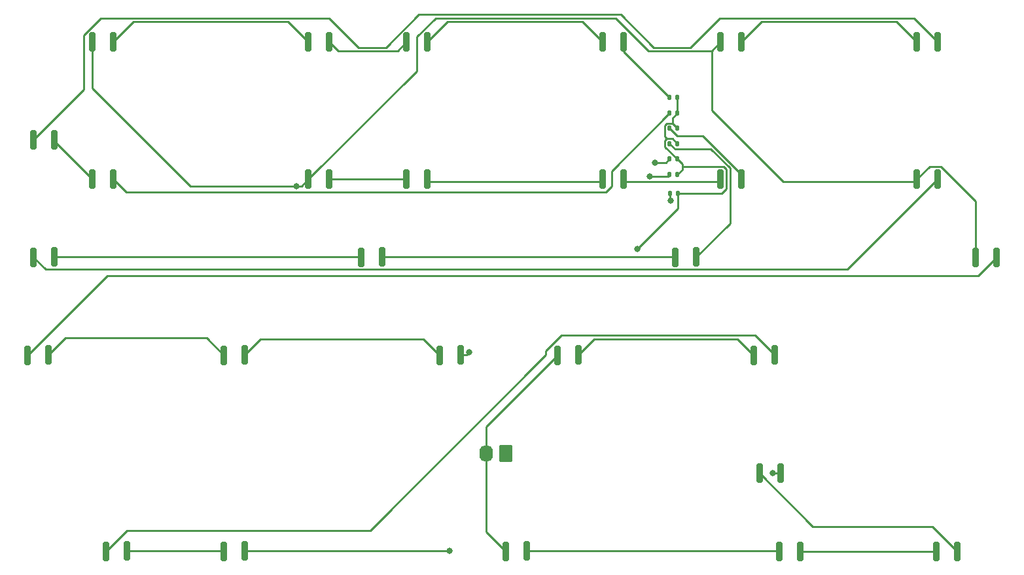
<source format=gbr>
%TF.GenerationSoftware,KiCad,Pcbnew,7.0.9*%
%TF.CreationDate,2024-04-07T12:25:56+10:00*%
%TF.ProjectId,INT-LT-F18,494e542d-4c54-42d4-9631-382e6b696361,rev?*%
%TF.SameCoordinates,Original*%
%TF.FileFunction,Copper,L1,Top*%
%TF.FilePolarity,Positive*%
%FSLAX46Y46*%
G04 Gerber Fmt 4.6, Leading zero omitted, Abs format (unit mm)*
G04 Created by KiCad (PCBNEW 7.0.9) date 2024-04-07 12:25:56*
%MOMM*%
%LPD*%
G01*
G04 APERTURE LIST*
G04 Aperture macros list*
%AMRoundRect*
0 Rectangle with rounded corners*
0 $1 Rounding radius*
0 $2 $3 $4 $5 $6 $7 $8 $9 X,Y pos of 4 corners*
0 Add a 4 corners polygon primitive as box body*
4,1,4,$2,$3,$4,$5,$6,$7,$8,$9,$2,$3,0*
0 Add four circle primitives for the rounded corners*
1,1,$1+$1,$2,$3*
1,1,$1+$1,$4,$5*
1,1,$1+$1,$6,$7*
1,1,$1+$1,$8,$9*
0 Add four rect primitives between the rounded corners*
20,1,$1+$1,$2,$3,$4,$5,0*
20,1,$1+$1,$4,$5,$6,$7,0*
20,1,$1+$1,$6,$7,$8,$9,0*
20,1,$1+$1,$8,$9,$2,$3,0*%
G04 Aperture macros list end*
%TA.AperFunction,SMDPad,CuDef*%
%ADD10RoundRect,0.135000X-0.135000X-0.185000X0.135000X-0.185000X0.135000X0.185000X-0.135000X0.185000X0*%
%TD*%
%TA.AperFunction,SMDPad,CuDef*%
%ADD11RoundRect,0.202500X-0.202500X-1.032500X0.202500X-1.032500X0.202500X1.032500X-0.202500X1.032500X0*%
%TD*%
%TA.AperFunction,ComponentPad*%
%ADD12RoundRect,0.250000X0.620000X0.845000X-0.620000X0.845000X-0.620000X-0.845000X0.620000X-0.845000X0*%
%TD*%
%TA.AperFunction,ComponentPad*%
%ADD13O,1.740000X2.190000*%
%TD*%
%TA.AperFunction,ViaPad*%
%ADD14C,0.800000*%
%TD*%
%TA.AperFunction,Conductor*%
%ADD15C,0.250000*%
%TD*%
G04 APERTURE END LIST*
D10*
%TO.P,R1,1*%
%TO.N,Net-(D4-A)*%
X153269900Y-58050800D03*
%TO.P,R1,2*%
%TO.N,/+12v-IN-A*%
X154289900Y-58050800D03*
%TD*%
D11*
%TO.P,D22,1,K*%
%TO.N,Net-(D21-A)*%
X164162500Y-91440000D03*
%TO.P,D22,2,A*%
%TO.N,Net-(D22-A)*%
X166862000Y-91384000D03*
%TD*%
%TO.P,D17,1,K*%
%TO.N,GNDD*%
X192880500Y-78796000D03*
%TO.P,D17,2,A*%
%TO.N,Net-(D17-A)*%
X195580000Y-78740000D03*
%TD*%
%TO.P,D3,1,K*%
%TO.N,Net-(D2-A)*%
X119220500Y-50856000D03*
%TO.P,D3,2,A*%
%TO.N,Net-(D3-A)*%
X121920000Y-50800000D03*
%TD*%
D10*
%TO.P,R6,1*%
%TO.N,Net-(D24-A)*%
X153269900Y-68000800D03*
%TO.P,R6,2*%
%TO.N,/+12v-IN-A*%
X154289900Y-68000800D03*
%TD*%
D11*
%TO.P,D10,1,K*%
%TO.N,Net-(D10-K)*%
X119220500Y-68636000D03*
%TO.P,D10,2,A*%
%TO.N,Net-(D10-A)*%
X121920000Y-68580000D03*
%TD*%
%TO.P,D26,1,K*%
%TO.N,Net-(D25-A)*%
X167480500Y-116896000D03*
%TO.P,D26,2,A*%
%TO.N,Net-(D26-A)*%
X170180000Y-116840000D03*
%TD*%
%TO.P,D5,1,K*%
%TO.N,GNDD*%
X159860500Y-50856000D03*
%TO.P,D5,2,A*%
%TO.N,Net-(D5-A)*%
X162560000Y-50800000D03*
%TD*%
%TO.P,D7,1,K*%
%TO.N,Net-(D6-A)*%
X70960500Y-63556000D03*
%TO.P,D7,2,A*%
%TO.N,Net-(D7-A)*%
X73660000Y-63500000D03*
%TD*%
%TO.P,D1,1,K*%
%TO.N,GNDD*%
X78580500Y-50856000D03*
%TO.P,D1,2,A*%
%TO.N,Net-(D1-A)*%
X81280000Y-50800000D03*
%TD*%
%TO.P,D13,1,K*%
%TO.N,GNDD*%
X185260500Y-68636000D03*
%TO.P,D13,2,A*%
%TO.N,Net-(D13-A)*%
X187960000Y-68580000D03*
%TD*%
D10*
%TO.P,R4,1*%
%TO.N,Net-(D16-A)*%
X153269900Y-64020800D03*
%TO.P,R4,2*%
%TO.N,/+12v-IN-A*%
X154289900Y-64020800D03*
%TD*%
%TO.P,R7,1*%
%TO.N,Net-(D28-A)*%
X153305100Y-70452700D03*
%TO.P,R7,2*%
%TO.N,/+12v-IN-A*%
X154325100Y-70452700D03*
%TD*%
D11*
%TO.P,D27,1,K*%
%TO.N,Net-(D26-A)*%
X187800500Y-116896000D03*
%TO.P,D27,2,A*%
%TO.N,Net-(D27-A)*%
X190500000Y-116840000D03*
%TD*%
%TO.P,D24,1,K*%
%TO.N,Net-(D23-A)*%
X95582500Y-116840000D03*
%TO.P,D24,2,A*%
%TO.N,Net-(D24-A)*%
X98282000Y-116784000D03*
%TD*%
%TO.P,D9,1,K*%
%TO.N,GNDD*%
X106520500Y-68636000D03*
%TO.P,D9,2,A*%
%TO.N,Net-(D10-K)*%
X109220000Y-68580000D03*
%TD*%
D10*
%TO.P,R5,1*%
%TO.N,Net-(D20-A)*%
X153269900Y-66010800D03*
%TO.P,R5,2*%
%TO.N,/+12v-IN-A*%
X154289900Y-66010800D03*
%TD*%
D11*
%TO.P,D15,1,K*%
%TO.N,Net-(D14-A)*%
X113362500Y-78740000D03*
%TO.P,D15,2,A*%
%TO.N,Net-(D15-A)*%
X116062000Y-78684000D03*
%TD*%
%TO.P,D2,1,K*%
%TO.N,Net-(D1-A)*%
X106520500Y-50856000D03*
%TO.P,D2,2,A*%
%TO.N,Net-(D2-A)*%
X109220000Y-50800000D03*
%TD*%
%TO.P,D25,1,K*%
%TO.N,GNDD*%
X132080000Y-116840000D03*
%TO.P,D25,2,A*%
%TO.N,Net-(D25-A)*%
X134779500Y-116784000D03*
%TD*%
%TO.P,D11,1,K*%
%TO.N,Net-(D10-A)*%
X144620500Y-68636000D03*
%TO.P,D11,2,A*%
%TO.N,Net-(D11-A)*%
X147320000Y-68580000D03*
%TD*%
%TO.P,D4,1,K*%
%TO.N,Net-(D3-A)*%
X144620500Y-50856000D03*
%TO.P,D4,2,A*%
%TO.N,Net-(D4-A)*%
X147320000Y-50800000D03*
%TD*%
%TO.P,D18,1,K*%
%TO.N,Net-(D17-A)*%
X70182500Y-91440000D03*
%TO.P,D18,2,A*%
%TO.N,Net-(D18-A)*%
X72882000Y-91384000D03*
%TD*%
%TO.P,D28,1,K*%
%TO.N,Net-(D27-A)*%
X164940500Y-106736000D03*
%TO.P,D28,2,A*%
%TO.N,Net-(D28-A)*%
X167640000Y-106680000D03*
%TD*%
D10*
%TO.P,R2,1*%
%TO.N,Net-(D8-A)*%
X153269900Y-60040800D03*
%TO.P,R2,2*%
%TO.N,/+12v-IN-A*%
X154289900Y-60040800D03*
%TD*%
D11*
%TO.P,D21,1,K*%
%TO.N,GNDD*%
X138762500Y-91440000D03*
%TO.P,D21,2,A*%
%TO.N,Net-(D21-A)*%
X141462000Y-91384000D03*
%TD*%
%TO.P,D14,1,K*%
%TO.N,Net-(D13-A)*%
X70960500Y-78740000D03*
%TO.P,D14,2,A*%
%TO.N,Net-(D14-A)*%
X73660000Y-78684000D03*
%TD*%
%TO.P,D12,1,K*%
%TO.N,Net-(D11-A)*%
X159860500Y-68636000D03*
%TO.P,D12,2,A*%
%TO.N,Net-(D12-A)*%
X162560000Y-68580000D03*
%TD*%
%TO.P,D16,1,K*%
%TO.N,Net-(D15-A)*%
X154002500Y-78740000D03*
%TO.P,D16,2,A*%
%TO.N,Net-(D16-A)*%
X156702000Y-78684000D03*
%TD*%
%TO.P,D23,1,K*%
%TO.N,Net-(D22-A)*%
X80342500Y-116840000D03*
%TO.P,D23,2,A*%
%TO.N,Net-(D23-A)*%
X83042000Y-116784000D03*
%TD*%
%TO.P,D19,1,K*%
%TO.N,Net-(D18-A)*%
X95582500Y-91440000D03*
%TO.P,D19,2,A*%
%TO.N,Net-(D19-A)*%
X98282000Y-91384000D03*
%TD*%
%TO.P,D20,1,K*%
%TO.N,Net-(D19-A)*%
X123522500Y-91440000D03*
%TO.P,D20,2,A*%
%TO.N,Net-(D20-A)*%
X126222000Y-91384000D03*
%TD*%
%TO.P,D6,1,K*%
%TO.N,Net-(D5-A)*%
X185260500Y-50856000D03*
%TO.P,D6,2,A*%
%TO.N,Net-(D6-A)*%
X187960000Y-50800000D03*
%TD*%
%TO.P,D8,1,K*%
%TO.N,Net-(D7-A)*%
X78580500Y-68636000D03*
%TO.P,D8,2,A*%
%TO.N,Net-(D8-A)*%
X81280000Y-68580000D03*
%TD*%
D10*
%TO.P,R3,1*%
%TO.N,Net-(D12-A)*%
X153269900Y-62030800D03*
%TO.P,R3,2*%
%TO.N,/+12v-IN-A*%
X154289900Y-62030800D03*
%TD*%
D12*
%TO.P,J1,1,Pin_1*%
%TO.N,/+12v-IN-A*%
X132080000Y-104140000D03*
D13*
%TO.P,J1,2,Pin_2*%
%TO.N,GNDD*%
X129540000Y-104140000D03*
%TD*%
D14*
%TO.N,Net-(D28-A)*%
X166629800Y-106680000D03*
X153409800Y-71381900D03*
%TO.N,Net-(D24-A)*%
X124790900Y-116784000D03*
X150686400Y-68229400D03*
%TO.N,Net-(D20-A)*%
X127329400Y-91021100D03*
X151342600Y-66466100D03*
%TO.N,/+12v-IN-A*%
X149077800Y-77638800D03*
%TO.N,GNDD*%
X104989600Y-69525700D03*
%TD*%
D15*
%TO.N,Net-(D28-A)*%
X153305100Y-71277200D02*
X153305100Y-70452700D01*
X153409800Y-71381900D02*
X153305100Y-71277200D01*
X167640000Y-106680000D02*
X166629800Y-106680000D01*
%TO.N,Net-(D27-A)*%
X187265700Y-113605700D02*
X190500000Y-116840000D01*
X171810200Y-113605700D02*
X187265700Y-113605700D01*
X164940500Y-106736000D02*
X171810200Y-113605700D01*
%TO.N,Net-(D26-A)*%
X170236000Y-116896000D02*
X170180000Y-116840000D01*
X187800500Y-116896000D02*
X170236000Y-116896000D01*
%TO.N,Net-(D24-A)*%
X153041300Y-68229400D02*
X153269900Y-68000800D01*
X150686400Y-68229400D02*
X153041300Y-68229400D01*
X98282000Y-116784000D02*
X124790900Y-116784000D01*
%TO.N,Net-(D23-A)*%
X95526500Y-116784000D02*
X95582500Y-116840000D01*
X83042000Y-116784000D02*
X95526500Y-116784000D01*
%TO.N,Net-(D22-A)*%
X164345000Y-88867000D02*
X166862000Y-91384000D01*
X139296500Y-88867000D02*
X164345000Y-88867000D01*
X137261000Y-90902500D02*
X139296500Y-88867000D01*
X137261000Y-91393400D02*
X137261000Y-90902500D01*
X114508200Y-114146200D02*
X137261000Y-91393400D01*
X83036300Y-114146200D02*
X114508200Y-114146200D01*
X80342500Y-116840000D02*
X83036300Y-114146200D01*
%TO.N,Net-(D21-A)*%
X162073300Y-89350800D02*
X164162500Y-91440000D01*
X143495200Y-89350800D02*
X162073300Y-89350800D01*
X141462000Y-91384000D02*
X143495200Y-89350800D01*
%TO.N,Net-(D20-A)*%
X152814600Y-66466100D02*
X151342600Y-66466100D01*
X153269900Y-66010800D02*
X152814600Y-66466100D01*
X126966500Y-91384000D02*
X127329400Y-91021100D01*
X126222000Y-91384000D02*
X126966500Y-91384000D01*
%TO.N,Net-(D19-A)*%
X100307500Y-89358500D02*
X98282000Y-91384000D01*
X121441000Y-89358500D02*
X100307500Y-89358500D01*
X123522500Y-91440000D02*
X121441000Y-89358500D01*
%TO.N,Net-(D18-A)*%
X75062700Y-89203300D02*
X72882000Y-91384000D01*
X93345800Y-89203300D02*
X75062700Y-89203300D01*
X95582500Y-91440000D02*
X93345800Y-89203300D01*
%TO.N,Net-(D17-A)*%
X193222900Y-81097100D02*
X195580000Y-78740000D01*
X80525400Y-81097100D02*
X193222900Y-81097100D01*
X70182500Y-91440000D02*
X80525400Y-81097100D01*
%TO.N,Net-(D16-A)*%
X153975600Y-64726500D02*
X153269900Y-64020800D01*
X158609800Y-64726500D02*
X153975600Y-64726500D01*
X161068600Y-67185300D02*
X158609800Y-64726500D01*
X161068600Y-74317400D02*
X161068600Y-67185300D01*
X156702000Y-78684000D02*
X161068600Y-74317400D01*
%TO.N,Net-(D15-A)*%
X153946500Y-78684000D02*
X116062000Y-78684000D01*
X154002500Y-78740000D02*
X153946500Y-78684000D01*
%TO.N,Net-(D14-A)*%
X113306500Y-78684000D02*
X113362500Y-78740000D01*
X73660000Y-78684000D02*
X113306500Y-78684000D01*
%TO.N,Net-(D13-A)*%
X176226200Y-80313800D02*
X187960000Y-68580000D01*
X72534300Y-80313800D02*
X176226200Y-80313800D01*
X70960500Y-78740000D02*
X72534300Y-80313800D01*
%TO.N,Net-(D12-A)*%
X154248000Y-63008900D02*
X153269900Y-62030800D01*
X157529100Y-63008900D02*
X154248000Y-63008900D01*
X162560000Y-68039800D02*
X157529100Y-63008900D01*
X162560000Y-68580000D02*
X162560000Y-68039800D01*
%TO.N,Net-(D11-A)*%
X159541800Y-68954700D02*
X159860500Y-68636000D01*
X147694700Y-68954700D02*
X159541800Y-68954700D01*
X147320000Y-68580000D02*
X147694700Y-68954700D01*
%TO.N,Net-(D10-A)*%
X122294700Y-68954700D02*
X121920000Y-68580000D01*
X144301800Y-68954700D02*
X122294700Y-68954700D01*
X144620500Y-68636000D02*
X144301800Y-68954700D01*
%TO.N,Net-(D25-A)*%
X167368500Y-116784000D02*
X167480500Y-116896000D01*
X134779500Y-116784000D02*
X167368500Y-116784000D01*
%TO.N,Net-(D8-A)*%
X145748600Y-67562100D02*
X153269900Y-60040800D01*
X145748600Y-69521700D02*
X145748600Y-67562100D01*
X145019300Y-70251000D02*
X145748600Y-69521700D01*
X82951000Y-70251000D02*
X145019300Y-70251000D01*
X81280000Y-68580000D02*
X82951000Y-70251000D01*
%TO.N,Net-(D7-A)*%
X73660000Y-63715500D02*
X73660000Y-63500000D01*
X78580500Y-68636000D02*
X73660000Y-63715500D01*
%TO.N,Net-(D6-A)*%
X77492100Y-57024400D02*
X70960500Y-63556000D01*
X77492100Y-49933100D02*
X77492100Y-57024400D01*
X79686500Y-47738700D02*
X77492100Y-49933100D01*
X109231400Y-47738700D02*
X79686500Y-47738700D01*
X113046500Y-51553800D02*
X109231400Y-47738700D01*
X116532800Y-51553800D02*
X113046500Y-51553800D01*
X120795800Y-47290800D02*
X116532800Y-51553800D01*
X146961500Y-47290800D02*
X120795800Y-47290800D01*
X151224200Y-51553500D02*
X146961500Y-47290800D01*
X155986400Y-51553500D02*
X151224200Y-51553500D01*
X159794500Y-47745400D02*
X155986400Y-51553500D01*
X184905400Y-47745400D02*
X159794500Y-47745400D01*
X187960000Y-50800000D02*
X184905400Y-47745400D01*
%TO.N,Net-(D5-A)*%
X182605000Y-48200500D02*
X185260500Y-50856000D01*
X165159500Y-48200500D02*
X182605000Y-48200500D01*
X162560000Y-50800000D02*
X165159500Y-48200500D01*
%TO.N,Net-(D4-A)*%
X147320000Y-52100900D02*
X153269900Y-58050800D01*
X147320000Y-50800000D02*
X147320000Y-52100900D01*
%TO.N,Net-(D3-A)*%
X141973500Y-48209000D02*
X144620500Y-50856000D01*
X124511000Y-48209000D02*
X141973500Y-48209000D01*
X121920000Y-50800000D02*
X124511000Y-48209000D01*
%TO.N,Net-(D2-A)*%
X118072300Y-52004200D02*
X119220500Y-50856000D01*
X110424200Y-52004200D02*
X118072300Y-52004200D01*
X109220000Y-50800000D02*
X110424200Y-52004200D01*
%TO.N,Net-(D1-A)*%
X103861600Y-48197100D02*
X106520500Y-50856000D01*
X83882900Y-48197100D02*
X103861600Y-48197100D01*
X81280000Y-50800000D02*
X83882900Y-48197100D01*
%TO.N,Net-(D10-K)*%
X119164500Y-68580000D02*
X119220500Y-68636000D01*
X109220000Y-68580000D02*
X119164500Y-68580000D01*
%TO.N,/+12v-IN-A*%
X154289900Y-60040800D02*
X154289900Y-58050800D01*
X154289900Y-62030800D02*
X153643100Y-61384000D01*
X153643100Y-60687600D02*
X154289900Y-60040800D01*
X153643100Y-61384000D02*
X153643100Y-60687600D01*
X152674000Y-63096800D02*
X152937000Y-63359800D01*
X152674000Y-61645500D02*
X152674000Y-63096800D01*
X152935500Y-61384000D02*
X152674000Y-61645500D01*
X153643100Y-61384000D02*
X152935500Y-61384000D01*
X152671000Y-63625800D02*
X152937000Y-63359800D01*
X152671000Y-64416300D02*
X152671000Y-63625800D01*
X154265500Y-66010800D02*
X152671000Y-64416300D01*
X154289900Y-66010800D02*
X154265500Y-66010800D01*
X153628900Y-63359800D02*
X154289900Y-64020800D01*
X152937000Y-63359800D02*
X153628900Y-63359800D01*
X154325100Y-72391500D02*
X154325100Y-70452700D01*
X149077800Y-77638800D02*
X154325100Y-72391500D01*
X160268000Y-67021600D02*
X154895600Y-67021600D01*
X160605000Y-67358600D02*
X160268000Y-67021600D01*
X160605000Y-69876700D02*
X160605000Y-67358600D01*
X160029000Y-70452700D02*
X160605000Y-69876700D01*
X154325100Y-70452700D02*
X160029000Y-70452700D01*
X154895600Y-66616500D02*
X154895600Y-67021600D01*
X154289900Y-66010800D02*
X154895600Y-66616500D01*
X154895600Y-67395100D02*
X154289900Y-68000800D01*
X154895600Y-67021600D02*
X154895600Y-67395100D01*
%TO.N,GNDD*%
X129540000Y-114300000D02*
X132080000Y-116840000D01*
X129540000Y-104140000D02*
X129540000Y-114300000D01*
X129540000Y-100662500D02*
X138762500Y-91440000D01*
X129540000Y-104140000D02*
X129540000Y-100662500D01*
X192880500Y-71479400D02*
X192880500Y-78796000D01*
X188369200Y-66968100D02*
X192880500Y-71479400D01*
X186928400Y-66968100D02*
X188369200Y-66968100D01*
X185260500Y-68636000D02*
X186928400Y-66968100D01*
X184936900Y-68959600D02*
X185260500Y-68636000D01*
X167964800Y-68959600D02*
X184936900Y-68959600D01*
X158712600Y-59707400D02*
X167964800Y-68959600D01*
X158712600Y-52003900D02*
X158712600Y-59707400D01*
X158712600Y-52003900D02*
X159860500Y-50856000D01*
X150523600Y-52003900D02*
X158712600Y-52003900D01*
X146260900Y-47741200D02*
X150523600Y-52003900D01*
X122981600Y-47741200D02*
X146260900Y-47741200D01*
X120542300Y-50180500D02*
X122981600Y-47741200D01*
X120542300Y-54614200D02*
X120542300Y-50180500D01*
X106520500Y-68636000D02*
X120542300Y-54614200D01*
X105630800Y-69525700D02*
X104989600Y-69525700D01*
X106520500Y-68636000D02*
X105630800Y-69525700D01*
X78580500Y-56853700D02*
X78580500Y-50856000D01*
X91252500Y-69525700D02*
X78580500Y-56853700D01*
X104989600Y-69525700D02*
X91252500Y-69525700D01*
%TD*%
M02*

</source>
